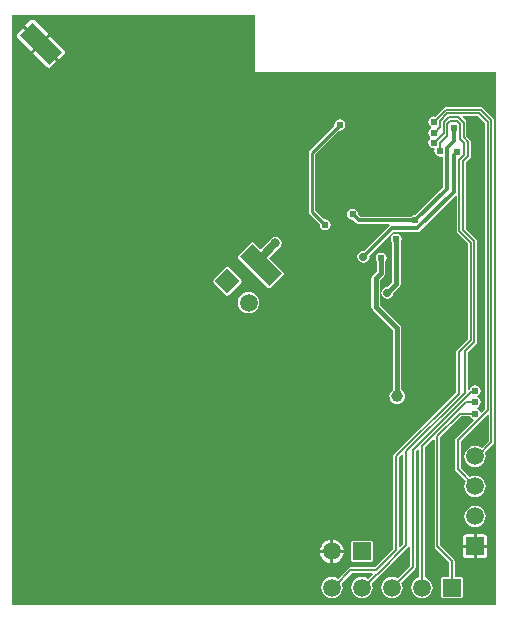
<source format=gbl>
G04*
G04 #@! TF.GenerationSoftware,Altium Limited,Altium Designer,18.0.9 (584)*
G04*
G04 Layer_Physical_Order=2*
G04 Layer_Color=16711680*
%FSLAX25Y25*%
%MOIN*%
G70*
G01*
G75*
%ADD13C,0.00600*%
%ADD65C,0.01181*%
%ADD66C,0.00900*%
%ADD73C,0.01575*%
%ADD74C,0.05906*%
%ADD75R,0.05906X0.05906*%
%ADD76R,0.05906X0.05906*%
%ADD77P,0.08352X4X360.0*%
%ADD78C,0.02400*%
%ADD79C,0.02362*%
%ADD80C,0.02598*%
%ADD81C,0.02756*%
%ADD82C,0.03937*%
%ADD83C,0.03150*%
G04:AMPARAMS|DCode=84|XSize=60mil|YSize=137.8mil|CornerRadius=0mil|HoleSize=0mil|Usage=FLASHONLY|Rotation=45.000|XOffset=0mil|YOffset=0mil|HoleType=Round|Shape=Rectangle|*
%AMROTATEDRECTD84*
4,1,4,0.02750,-0.06993,-0.06993,0.02750,-0.02750,0.06993,0.06993,-0.02750,0.02750,-0.06993,0.0*
%
%ADD84ROTATEDRECTD84*%

%ADD85C,0.02756*%
G36*
X81102Y177657D02*
X161417D01*
Y0D01*
X0D01*
Y196850D01*
X81102D01*
Y177657D01*
D02*
G37*
%LPC*%
G36*
X6797Y195217D02*
X6407Y195140D01*
X6076Y194919D01*
X4308Y193151D01*
X9547Y187912D01*
X12036Y190401D01*
X7518Y194919D01*
X7187Y195140D01*
X6797Y195217D01*
D02*
G37*
G36*
X3601Y192444D02*
X1833Y190676D01*
X1612Y190345D01*
X1534Y189955D01*
X1612Y189565D01*
X1833Y189234D01*
X6351Y184716D01*
X8840Y187205D01*
X3601Y192444D01*
D02*
G37*
G36*
X12743Y189693D02*
X10254Y187205D01*
X15494Y181965D01*
X17261Y183733D01*
X17482Y184064D01*
X17560Y184454D01*
X17482Y184844D01*
X17261Y185175D01*
X12743Y189693D01*
D02*
G37*
G36*
X9547Y186498D02*
X7058Y184009D01*
X11577Y179491D01*
X11908Y179270D01*
X12298Y179192D01*
X12688Y179270D01*
X13019Y179491D01*
X14786Y181258D01*
X9547Y186498D01*
D02*
G37*
G36*
X156201Y166075D02*
X144539D01*
X144188Y166005D01*
X143890Y165806D01*
X140960Y162876D01*
X140551Y162957D01*
X139849Y162818D01*
X139253Y162420D01*
X138856Y161824D01*
X138716Y161122D01*
X138856Y160420D01*
X139253Y159824D01*
X139595Y159596D01*
Y159006D01*
X139253Y158778D01*
X138856Y158183D01*
X138716Y157480D01*
X138856Y156778D01*
X139253Y156183D01*
X139368Y156106D01*
Y155606D01*
X139253Y155530D01*
X138856Y154935D01*
X138716Y154232D01*
X138856Y153530D01*
X139253Y152935D01*
X139849Y152537D01*
X140506Y152406D01*
X140681Y152173D01*
X140816Y151940D01*
X140684Y151279D01*
X140824Y150577D01*
X141222Y149982D01*
X141817Y149584D01*
X142520Y149444D01*
X143222Y149584D01*
X143325Y149653D01*
X143766Y149417D01*
Y139381D01*
X134449Y130064D01*
X134350Y130083D01*
X133648Y129944D01*
X133053Y129546D01*
X132997Y129462D01*
X116120D01*
X115305Y130277D01*
X115325Y130376D01*
X115185Y131078D01*
X114787Y131673D01*
X114192Y132071D01*
X113490Y132211D01*
X112787Y132071D01*
X112192Y131673D01*
X111794Y131078D01*
X111654Y130376D01*
X111794Y129673D01*
X112192Y129078D01*
X112787Y128680D01*
X113490Y128540D01*
X113589Y128560D01*
X114759Y127390D01*
X114759Y127390D01*
X115153Y127127D01*
X115617Y127034D01*
X125692D01*
X125844Y126534D01*
X125716Y126449D01*
X117376Y118109D01*
X117126Y118158D01*
X116354Y118005D01*
X115700Y117568D01*
X115263Y116913D01*
X115109Y116142D01*
X115263Y115370D01*
X115700Y114716D01*
X116354Y114278D01*
X117126Y114125D01*
X117898Y114278D01*
X118552Y114716D01*
X118989Y115370D01*
X119143Y116142D01*
X119093Y116392D01*
X127078Y124377D01*
X135074D01*
X135074Y124377D01*
X135538Y124469D01*
X135932Y124732D01*
X147696Y136497D01*
X148196Y136290D01*
Y124606D01*
X148266Y124255D01*
X148465Y123957D01*
X151970Y120453D01*
Y88701D01*
X148268Y84999D01*
X148070Y84702D01*
X148000Y84350D01*
Y70951D01*
X127304Y50255D01*
X127105Y49957D01*
X127035Y49606D01*
Y18687D01*
X120978Y12630D01*
X112795D01*
X112444Y12560D01*
X112146Y12361D01*
X108617Y8832D01*
X108386Y9009D01*
X107522Y9367D01*
X106595Y9489D01*
X105667Y9367D01*
X104803Y9009D01*
X104061Y8439D01*
X103491Y7697D01*
X103133Y6833D01*
X103011Y5906D01*
X103133Y4978D01*
X103491Y4114D01*
X104061Y3372D01*
X104803Y2802D01*
X105667Y2444D01*
X106595Y2322D01*
X107522Y2444D01*
X108386Y2802D01*
X109128Y3372D01*
X109698Y4114D01*
X110056Y4978D01*
X110178Y5906D01*
X110056Y6833D01*
X109809Y7429D01*
X113175Y10795D01*
X120064D01*
X120256Y10333D01*
X118695Y8772D01*
X118386Y9009D01*
X117522Y9367D01*
X116595Y9489D01*
X115667Y9367D01*
X114803Y9009D01*
X114061Y8439D01*
X113491Y7697D01*
X113133Y6833D01*
X113011Y5906D01*
X113133Y4978D01*
X113491Y4114D01*
X114061Y3372D01*
X114803Y2802D01*
X115667Y2444D01*
X116595Y2322D01*
X117522Y2444D01*
X118386Y2802D01*
X119128Y3372D01*
X119698Y4114D01*
X120056Y4978D01*
X120178Y5906D01*
X120056Y6833D01*
X119849Y7331D01*
X122177Y9659D01*
X122206Y9665D01*
X122504Y9864D01*
X131948Y19308D01*
X132147Y19605D01*
X132645Y19548D01*
Y13057D01*
X128505Y8917D01*
X128386Y9009D01*
X127522Y9367D01*
X126594Y9489D01*
X125667Y9367D01*
X124803Y9009D01*
X124061Y8439D01*
X123491Y7697D01*
X123133Y6833D01*
X123011Y5906D01*
X123133Y4978D01*
X123491Y4114D01*
X124061Y3372D01*
X124803Y2802D01*
X125667Y2444D01*
X126594Y2322D01*
X127522Y2444D01*
X128386Y2802D01*
X129128Y3372D01*
X129698Y4114D01*
X130056Y4978D01*
X130178Y5906D01*
X130056Y6833D01*
X129751Y7568D01*
X134212Y12028D01*
X134411Y12326D01*
X134481Y12677D01*
Y51392D01*
X135215Y52126D01*
X135677Y51934D01*
Y9368D01*
X135667Y9367D01*
X134803Y9009D01*
X134061Y8439D01*
X133491Y7697D01*
X133133Y6833D01*
X133011Y5906D01*
X133133Y4978D01*
X133491Y4114D01*
X134061Y3372D01*
X134803Y2802D01*
X135667Y2444D01*
X136594Y2322D01*
X137522Y2444D01*
X138386Y2802D01*
X139128Y3372D01*
X139698Y4114D01*
X140056Y4978D01*
X140178Y5906D01*
X140056Y6833D01*
X139698Y7697D01*
X139128Y8439D01*
X138386Y9009D01*
X137522Y9367D01*
X137512Y9368D01*
Y52553D01*
X140353Y55394D01*
X140815Y55202D01*
Y19685D01*
X140884Y19334D01*
X141083Y19036D01*
X145677Y14443D01*
Y9508D01*
X143642D01*
X143183Y9318D01*
X142992Y8858D01*
Y2953D01*
X143183Y2493D01*
X143642Y2303D01*
X149547D01*
X150006Y2493D01*
X150197Y2953D01*
Y8858D01*
X150006Y9318D01*
X149547Y9508D01*
X147512D01*
Y14823D01*
X147442Y15174D01*
X147243Y15472D01*
X142650Y20065D01*
Y55994D01*
X149617Y62960D01*
X152681D01*
X152935Y62580D01*
X153530Y62182D01*
X153738Y62141D01*
X153903Y61598D01*
X147973Y55668D01*
X147774Y55371D01*
X147704Y55020D01*
Y45276D01*
X147774Y44924D01*
X147973Y44627D01*
X151220Y41380D01*
X150869Y40534D01*
X150747Y39606D01*
X150869Y38679D01*
X151227Y37815D01*
X151797Y37072D01*
X152539Y36503D01*
X153403Y36145D01*
X154331Y36023D01*
X155258Y36145D01*
X156122Y36503D01*
X156865Y37072D01*
X157434Y37815D01*
X157792Y38679D01*
X157914Y39606D01*
X157792Y40534D01*
X157434Y41398D01*
X156865Y42140D01*
X156122Y42710D01*
X155258Y43068D01*
X154331Y43190D01*
X153403Y43068D01*
X152539Y42710D01*
X152509Y42687D01*
X149540Y45656D01*
Y54640D01*
X158364Y63464D01*
X158826Y63273D01*
Y54711D01*
X156520Y52404D01*
X156122Y52710D01*
X155258Y53068D01*
X154331Y53190D01*
X153403Y53068D01*
X152539Y52710D01*
X151797Y52140D01*
X151227Y51398D01*
X150869Y50534D01*
X150747Y49606D01*
X150869Y48679D01*
X151227Y47815D01*
X151797Y47072D01*
X152539Y46503D01*
X153403Y46145D01*
X154331Y46023D01*
X155258Y46145D01*
X156122Y46503D01*
X156865Y47072D01*
X157434Y47815D01*
X157792Y48679D01*
X157914Y49606D01*
X157792Y50534D01*
X157632Y50921D01*
X160393Y53682D01*
X160592Y53979D01*
X160662Y54331D01*
Y161614D01*
X160592Y161965D01*
X160393Y162263D01*
X156850Y165806D01*
X156552Y166005D01*
X156201Y166075D01*
D02*
G37*
G36*
X109190Y161911D02*
X108487Y161771D01*
X107892Y161373D01*
X107494Y160778D01*
X107354Y160076D01*
X107408Y159808D01*
X99233Y151633D01*
X99001Y151285D01*
X98919Y150876D01*
Y131176D01*
X99001Y130766D01*
X99233Y130419D01*
X102608Y127043D01*
X102555Y126776D01*
X102694Y126073D01*
X103092Y125478D01*
X103687Y125080D01*
X104390Y124940D01*
X105092Y125080D01*
X105687Y125478D01*
X106085Y126073D01*
X106225Y126776D01*
X106085Y127478D01*
X105687Y128073D01*
X105092Y128471D01*
X104390Y128611D01*
X104122Y128558D01*
X101060Y131619D01*
Y150432D01*
X108922Y158294D01*
X109190Y158240D01*
X109892Y158380D01*
X110487Y158778D01*
X110885Y159373D01*
X111025Y160076D01*
X110885Y160778D01*
X110487Y161373D01*
X109892Y161771D01*
X109190Y161911D01*
D02*
G37*
G36*
X87697Y122887D02*
X86848Y122718D01*
X86129Y122237D01*
X85648Y121518D01*
X85637Y121461D01*
X82749Y118573D01*
X80583Y120740D01*
X80124Y120930D01*
X79664Y120740D01*
X75422Y116497D01*
X75231Y116038D01*
X75422Y115579D01*
X85165Y105835D01*
X85624Y105645D01*
X86084Y105835D01*
X90326Y110078D01*
X90517Y110537D01*
X90326Y110996D01*
X85601Y115721D01*
X88489Y118609D01*
X88545Y118621D01*
X89265Y119101D01*
X89745Y119821D01*
X89914Y120669D01*
X89745Y121518D01*
X89265Y122237D01*
X88545Y122718D01*
X87697Y122887D01*
D02*
G37*
G36*
X128051Y123784D02*
X127349Y123644D01*
X126753Y123247D01*
X126356Y122651D01*
X126216Y121949D01*
X126356Y121247D01*
X126637Y120826D01*
Y118602D01*
X126637Y112795D01*
Y107673D01*
X125112Y106148D01*
X125098Y106151D01*
X124327Y105997D01*
X123672Y105560D01*
X123235Y104906D01*
X123082Y104134D01*
X123235Y103362D01*
X123672Y102708D01*
X124327Y102271D01*
X125098Y102117D01*
X125870Y102271D01*
X126524Y102708D01*
X126962Y103362D01*
X127115Y104134D01*
X127112Y104147D01*
X129051Y106086D01*
X129358Y106545D01*
X129466Y107087D01*
Y112795D01*
X129466Y118602D01*
Y120826D01*
X129747Y121247D01*
X129886Y121949D01*
X129747Y122651D01*
X129349Y123247D01*
X128753Y123644D01*
X128051Y123784D01*
D02*
G37*
G36*
X71767Y112782D02*
X71308Y112592D01*
X67133Y108416D01*
X66942Y107957D01*
X67133Y107498D01*
X71308Y103322D01*
X71767Y103132D01*
X72227Y103322D01*
X76402Y107498D01*
X76593Y107957D01*
X76402Y108416D01*
X72227Y112592D01*
X71767Y112782D01*
D02*
G37*
G36*
X78839Y104469D02*
X77911Y104347D01*
X77047Y103989D01*
X76305Y103420D01*
X75735Y102678D01*
X75377Y101813D01*
X75255Y100886D01*
X75377Y99958D01*
X75735Y99094D01*
X76305Y98352D01*
X77047Y97782D01*
X77911Y97425D01*
X78839Y97302D01*
X79766Y97425D01*
X80630Y97782D01*
X81372Y98352D01*
X81942Y99094D01*
X82300Y99958D01*
X82422Y100886D01*
X82300Y101813D01*
X81942Y102678D01*
X81372Y103420D01*
X80630Y103989D01*
X79766Y104347D01*
X78839Y104469D01*
D02*
G37*
G36*
X123031Y117485D02*
X122329Y117345D01*
X121734Y116947D01*
X121336Y116352D01*
X121196Y115650D01*
X121336Y114947D01*
X121617Y114527D01*
Y111413D01*
X120161Y109957D01*
X119854Y109498D01*
X119747Y108957D01*
Y99508D01*
X119854Y98966D01*
X120161Y98508D01*
X126932Y91737D01*
Y71739D01*
X126515Y71418D01*
X126103Y70882D01*
X125844Y70257D01*
X125756Y69587D01*
X125844Y68916D01*
X126103Y68291D01*
X126515Y67755D01*
X127051Y67343D01*
X127676Y67084D01*
X128347Y66996D01*
X129017Y67084D01*
X129642Y67343D01*
X130178Y67755D01*
X130590Y68291D01*
X130849Y68916D01*
X130937Y69587D01*
X130849Y70257D01*
X130590Y70882D01*
X130178Y71418D01*
X129761Y71739D01*
Y92323D01*
X129653Y92864D01*
X129347Y93323D01*
X122576Y100094D01*
Y108371D01*
X124032Y109827D01*
X124338Y110285D01*
X124446Y110827D01*
Y114527D01*
X124727Y114947D01*
X124867Y115650D01*
X124727Y116352D01*
X124329Y116947D01*
X123734Y117345D01*
X123031Y117485D01*
D02*
G37*
G36*
X154331Y33190D02*
X153403Y33068D01*
X152539Y32710D01*
X151797Y32140D01*
X151227Y31398D01*
X150869Y30534D01*
X150747Y29606D01*
X150869Y28679D01*
X151227Y27815D01*
X151797Y27072D01*
X152539Y26503D01*
X153403Y26145D01*
X154331Y26023D01*
X155258Y26145D01*
X156122Y26503D01*
X156865Y27072D01*
X157434Y27815D01*
X157792Y28679D01*
X157914Y29606D01*
X157792Y30534D01*
X157434Y31398D01*
X156865Y32140D01*
X156122Y32710D01*
X155258Y33068D01*
X154331Y33190D01*
D02*
G37*
G36*
X157283Y23579D02*
X154831D01*
Y20106D01*
X158303D01*
Y22559D01*
X158225Y22949D01*
X158004Y23280D01*
X157674Y23501D01*
X157283Y23579D01*
D02*
G37*
G36*
X153831D02*
X151378D01*
X150988Y23501D01*
X150657Y23280D01*
X150436Y22949D01*
X150358Y22559D01*
Y20106D01*
X153831D01*
Y23579D01*
D02*
G37*
G36*
X107095Y21834D02*
Y18413D01*
X110515D01*
X110445Y18945D01*
X110047Y19907D01*
X109414Y20732D01*
X108588Y21366D01*
X107626Y21764D01*
X107095Y21834D01*
D02*
G37*
G36*
X106095D02*
X105563Y21764D01*
X104601Y21366D01*
X103775Y20732D01*
X103142Y19907D01*
X102743Y18945D01*
X102673Y18413D01*
X106095D01*
Y21834D01*
D02*
G37*
G36*
X158303Y19106D02*
X154831D01*
Y15634D01*
X157283D01*
X157674Y15712D01*
X158004Y15933D01*
X158225Y16263D01*
X158303Y16654D01*
Y19106D01*
D02*
G37*
G36*
X153831D02*
X150358D01*
Y16654D01*
X150436Y16263D01*
X150657Y15933D01*
X150988Y15712D01*
X151378Y15634D01*
X153831D01*
Y19106D01*
D02*
G37*
G36*
X119547Y21516D02*
X113642D01*
X113182Y21325D01*
X112992Y20866D01*
Y14961D01*
X113182Y14501D01*
X113642Y14311D01*
X119547D01*
X120007Y14501D01*
X120197Y14961D01*
Y20866D01*
X120007Y21325D01*
X119547Y21516D01*
D02*
G37*
G36*
X110515Y17413D02*
X107095D01*
Y13992D01*
X107626Y14062D01*
X108588Y14461D01*
X109414Y15094D01*
X110047Y15920D01*
X110445Y16882D01*
X110515Y17413D01*
D02*
G37*
G36*
X106095D02*
X102673D01*
X102743Y16882D01*
X103142Y15920D01*
X103775Y15094D01*
X104601Y14461D01*
X105563Y14062D01*
X106095Y13992D01*
Y17413D01*
D02*
G37*
%LPD*%
G36*
X157626Y160737D02*
Y65322D01*
X156512Y64207D01*
X155969Y64372D01*
X155928Y64580D01*
X155530Y65176D01*
X155138Y65437D01*
X155109Y65574D01*
X155151Y66001D01*
X155628Y66320D01*
X156026Y66916D01*
X156166Y67618D01*
X156026Y68320D01*
X155628Y68916D01*
X155105Y69266D01*
X155066Y69537D01*
X155105Y69809D01*
X155628Y70159D01*
X156026Y70754D01*
X156166Y71457D01*
X156026Y72159D01*
X155628Y72754D01*
X155033Y73152D01*
X154331Y73292D01*
X153628Y73152D01*
X153033Y72754D01*
X152635Y72159D01*
X152628Y72125D01*
X152599Y72106D01*
X152265Y71772D01*
X151803Y71963D01*
Y84242D01*
X154736Y87175D01*
X154935Y87472D01*
X155005Y87823D01*
Y121330D01*
X154935Y121681D01*
X154736Y121979D01*
X151232Y125483D01*
Y147646D01*
X152617Y149032D01*
X152816Y149330D01*
X152886Y149681D01*
Y154551D01*
X152816Y154903D01*
X152617Y155200D01*
X151462Y156356D01*
Y160897D01*
X151392Y161248D01*
X151193Y161546D01*
X150161Y162578D01*
X150352Y163040D01*
X155324D01*
X157626Y160737D01*
D02*
G37*
G36*
X130382Y50084D02*
Y20337D01*
X129332Y19287D01*
X128870Y19479D01*
Y49226D01*
X129920Y50275D01*
X130382Y50084D01*
D02*
G37*
D13*
X136594Y52933D02*
X151279Y67618D01*
X136594Y5906D02*
Y52933D01*
X131299Y51256D02*
X150886Y70842D01*
X131299Y19956D02*
Y51256D01*
X127953Y49606D02*
X148917Y70571D01*
X133563Y12677D02*
Y51772D01*
X148917Y70571D02*
Y84350D01*
X153248Y71457D02*
X154331D01*
X133563Y51772D02*
X152018Y70226D01*
X127992Y7106D02*
X133563Y12677D01*
X146595Y5906D02*
Y14823D01*
X141732Y19685D02*
X146595Y14823D01*
X140945Y154134D02*
Y154528D01*
X127992Y6201D02*
Y7106D01*
X121855Y10513D02*
X131299Y19956D01*
X121733Y10513D02*
X121855D01*
X117992Y6772D02*
X121733Y10513D01*
X117992Y6201D02*
Y6772D01*
X127953Y18307D02*
Y49606D01*
X121358Y11713D02*
X127953Y18307D01*
X112795Y11713D02*
X121358D01*
X107992Y6909D02*
X112795Y11713D01*
X107992Y6201D02*
Y6909D01*
X140903Y157129D02*
Y157536D01*
X148622Y45276D02*
X154380Y39518D01*
X158544Y64942D02*
Y161117D01*
X148622Y55020D02*
X158544Y64942D01*
X148622Y45276D02*
Y55020D01*
X149236Y63878D02*
X154232D01*
X141732Y56374D02*
X149236Y63878D01*
X141732Y19685D02*
Y56374D01*
X151279Y67618D02*
X154331D01*
X152018Y70226D02*
X153248Y71457D01*
X150886Y70842D02*
Y84622D01*
X154087Y87823D01*
X148917Y84350D02*
X152887Y88320D01*
X154087Y87823D02*
Y121330D01*
X150314Y125103D02*
X154087Y121330D01*
X150544Y155976D02*
X151969Y154551D01*
X150314Y125103D02*
Y148027D01*
X151969Y149681D01*
Y154551D01*
X149114Y124606D02*
X152887Y120833D01*
X150591Y150000D02*
Y154232D01*
X149114Y124606D02*
Y148524D01*
X150591Y150000D01*
X150544Y155976D02*
Y160897D01*
X149344Y155479D02*
X150591Y154232D01*
X149344Y155479D02*
Y160400D01*
X148684Y162758D02*
X150544Y160897D01*
X148187Y161557D02*
X149344Y160400D01*
X152887Y88320D02*
Y120833D01*
X155704Y163958D02*
X158544Y161117D01*
X142750Y154069D02*
X145051Y156370D01*
X142750Y151509D02*
Y154069D01*
X156201Y165157D02*
X159744Y161614D01*
X140903Y157536D02*
X142651Y159285D01*
X140551Y157480D02*
X140903Y157129D01*
X159744Y54331D02*
Y161614D01*
X154921Y49508D02*
X159744Y54331D01*
X142520Y151279D02*
X142750Y151509D01*
X117027Y116240D02*
X117126Y116142D01*
X82874Y113287D02*
Y115847D01*
X140551Y154232D02*
X143851Y157532D01*
X145051Y156370D02*
Y160504D01*
X146105Y161557D01*
X148187D01*
X143851Y157532D02*
Y161076D01*
X145533Y162758D01*
X148684D01*
X142651Y159285D02*
Y161573D01*
X145036Y163958D01*
X155704D01*
X144539Y165157D02*
X156201D01*
X140551Y161122D02*
Y161170D01*
X144539Y165157D01*
D65*
X147146Y149969D02*
X148721Y151544D01*
X147146Y137663D02*
Y149969D01*
X126575Y125591D02*
X135074D01*
X147146Y137663D01*
X144980Y138878D02*
Y152397D01*
X134350Y128248D02*
X144980Y138878D01*
Y152397D02*
X147263Y154679D01*
Y158511D01*
X117126Y116142D02*
X126575Y125591D01*
X115617Y128248D02*
X134350D01*
X113490Y130376D02*
X115617Y128248D01*
D66*
X99990Y131176D02*
X104390Y126776D01*
X99990Y131176D02*
Y150876D01*
X109190Y160076D01*
D73*
X123031Y110827D02*
Y115650D01*
X128051Y118602D02*
Y121949D01*
X121161Y108957D02*
X123031Y110827D01*
X128051Y112795D02*
X128051Y118602D01*
X125098Y104134D02*
X128051Y107087D01*
Y112795D01*
X121161Y99508D02*
Y108957D01*
Y99508D02*
X128347Y92323D01*
Y69587D02*
Y92323D01*
D74*
X106595Y5906D02*
D03*
X116595D02*
D03*
X126594D02*
D03*
X136594D02*
D03*
X106595Y17913D02*
D03*
X154331Y29606D02*
D03*
Y39606D02*
D03*
Y49606D02*
D03*
X78839Y100886D02*
D03*
D75*
X146595Y5906D02*
D03*
X116595Y17913D02*
D03*
D76*
X154331Y19606D02*
D03*
D77*
X71767Y107957D02*
D03*
D78*
X156890Y59350D02*
D03*
X115748Y32087D02*
D03*
X145177Y55118D02*
D03*
X139075Y48031D02*
D03*
Y28543D02*
D03*
X154331Y71457D02*
D03*
X143996Y130610D02*
D03*
X140748Y123819D02*
D03*
X154232Y63878D02*
D03*
X154331Y67618D02*
D03*
X148327Y151083D02*
D03*
X147244Y158957D02*
D03*
X140551Y157480D02*
D03*
Y154232D02*
D03*
Y161122D02*
D03*
X142520Y151279D02*
D03*
X140354Y165579D02*
D03*
X140650Y80216D02*
D03*
X128937Y60335D02*
D03*
X145768Y86417D02*
D03*
X150689Y92421D02*
D03*
X87992Y134449D02*
D03*
X36614Y193504D02*
D03*
X150689Y101279D02*
D03*
Y110236D02*
D03*
X3543Y143110D02*
D03*
Y128740D02*
D03*
X3543Y178347D02*
D03*
X78347Y193602D02*
D03*
X78248Y180413D02*
D03*
X130315Y15059D02*
D03*
X87894Y125197D02*
D03*
X3445Y159547D02*
D03*
X65354Y193405D02*
D03*
X123031Y115650D02*
D03*
X153347Y175492D02*
D03*
X92815Y94587D02*
D03*
X134350Y128248D02*
D03*
X105217Y143602D02*
D03*
X97047Y116831D02*
D03*
X88976Y155315D02*
D03*
X114272Y86319D02*
D03*
X82776Y175295D02*
D03*
X92815Y90354D02*
D03*
X118690Y175295D02*
D03*
X102790D02*
D03*
X110190D02*
D03*
X96890Y167176D02*
D03*
X104626Y69095D02*
D03*
X103190Y163976D02*
D03*
X109190Y160076D02*
D03*
X103790Y149176D02*
D03*
X140490Y175376D02*
D03*
X104390Y126776D02*
D03*
X95890Y150276D02*
D03*
X104390Y133976D02*
D03*
X90174Y142713D02*
D03*
X93996Y175295D02*
D03*
X91690Y170576D02*
D03*
X94774Y134313D02*
D03*
X87402Y99410D02*
D03*
X112790Y137876D02*
D03*
X23622Y193110D02*
D03*
X123031Y131496D02*
D03*
X50295Y193405D02*
D03*
X113490Y130376D02*
D03*
X128051Y121949D02*
D03*
X150689Y118701D02*
D03*
X142027Y14075D02*
D03*
X105217Y32087D02*
D03*
X146457Y77165D02*
D03*
X136516Y86122D02*
D03*
X115748Y69193D02*
D03*
X122835Y35827D02*
D03*
X155217Y152461D02*
D03*
D79*
X103937Y101279D02*
D03*
Y108366D02*
D03*
X111024D02*
D03*
X107480Y104823D02*
D03*
X111024Y101279D02*
D03*
D80*
X118603Y142789D02*
D03*
Y147513D02*
D03*
Y152238D02*
D03*
Y156962D02*
D03*
X123328Y142789D02*
D03*
Y147513D02*
D03*
Y152238D02*
D03*
Y156962D02*
D03*
X128052Y142789D02*
D03*
Y147513D02*
D03*
Y152238D02*
D03*
Y156962D02*
D03*
X132776Y142789D02*
D03*
Y147513D02*
D03*
Y152238D02*
D03*
Y156962D02*
D03*
D81*
X117126Y116142D02*
D03*
X125098Y104134D02*
D03*
D82*
X128347Y69587D02*
D03*
D83*
X87697Y120669D02*
D03*
D84*
X9547Y187205D02*
D03*
X82874Y113287D02*
D03*
D85*
Y115847D02*
X87697Y120669D01*
M02*

</source>
